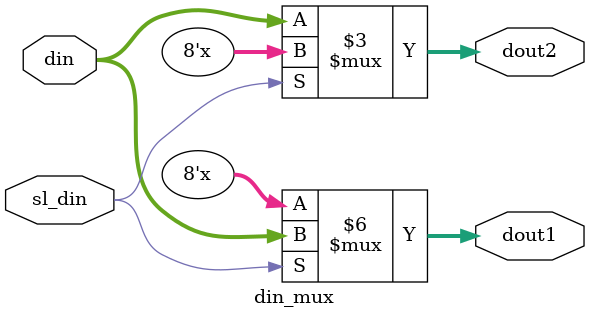
<source format=v>


module din_mux
#(
    parameter DATA_WIDTH = 8
)
(
    din                        ,
    sl_din                     ,
    dout1                      ,
    dout2
);

input  [DATA_WIDTH-1:0]  din   ;
input                    sl_din;
output [DATA_WIDTH-1:0]  dout1 ;
output [DATA_WIDTH-1:0]  dout2 ;

reg    [DATA_WIDTH-1:0]  dout1 ;
reg    [DATA_WIDTH-1:0]  dout2 ;

//input select:
//sl_din 1: din写入bunit1  0:din写入bunit2;
always @(sl_din or din) begin
    if(sl_din) begin
        dout1 = din;
        dout2 = 'dx;
    end
    else begin
        dout1 = 'dx;
        dout2 = din;
    end
end

endmodule
</source>
